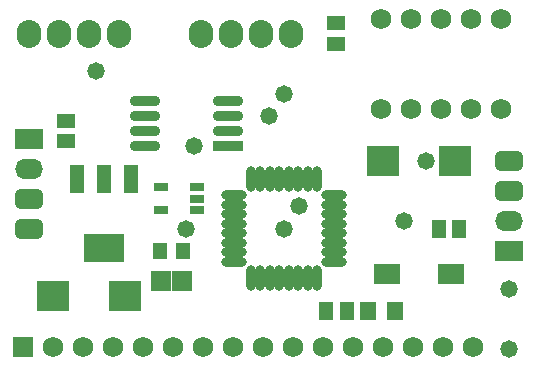
<source format=gts>
G04 Layer_Color=20142*
%FSLAX25Y25*%
%MOIN*%
G70*
G01*
G75*
%ADD44R,0.08674X0.07099*%
%ADD45O,0.03162X0.08477*%
%ADD46O,0.08477X0.03162*%
%ADD47R,0.05131X0.03162*%
%ADD48R,0.13595X0.09265*%
%ADD49R,0.04737X0.09265*%
%ADD50O,0.10052X0.03556*%
%ADD51R,0.10052X0.03556*%
%ADD52R,0.05131X0.06312*%
%ADD53R,0.05328X0.05918*%
%ADD54R,0.06312X0.05131*%
%ADD55R,0.05000X0.05800*%
%ADD56R,0.06902X0.06902*%
%ADD57R,0.10839X0.10446*%
%ADD58O,0.08300X0.09300*%
%ADD59R,0.09300X0.06800*%
%ADD60O,0.09300X0.06800*%
G04:AMPARAMS|DCode=61|XSize=68mil|YSize=93mil|CornerRadius=19mil|HoleSize=0mil|Usage=FLASHONLY|Rotation=90.000|XOffset=0mil|YOffset=0mil|HoleType=Round|Shape=RoundedRectangle|*
%AMROUNDEDRECTD61*
21,1,0.06800,0.05500,0,0,90.0*
21,1,0.03000,0.09300,0,0,90.0*
1,1,0.03800,0.02750,0.01500*
1,1,0.03800,0.02750,-0.01500*
1,1,0.03800,-0.02750,-0.01500*
1,1,0.03800,-0.02750,0.01500*
%
%ADD61ROUNDEDRECTD61*%
%ADD62C,0.05800*%
%ADD63R,0.06800X0.06800*%
%ADD64C,0.06800*%
D44*
X131870Y30000D02*
D03*
X153130D02*
D03*
D45*
X86476Y61634D02*
D03*
X89626D02*
D03*
X92776D02*
D03*
X95925D02*
D03*
X99075D02*
D03*
X102225D02*
D03*
X105374D02*
D03*
X108524D02*
D03*
Y28366D02*
D03*
X105374D02*
D03*
X102225D02*
D03*
X99075D02*
D03*
X95925D02*
D03*
X92776D02*
D03*
X89626D02*
D03*
X86476D02*
D03*
D46*
X114134Y56024D02*
D03*
Y52874D02*
D03*
Y49725D02*
D03*
Y46575D02*
D03*
Y43425D02*
D03*
Y40276D02*
D03*
Y37126D02*
D03*
Y33976D02*
D03*
X80866D02*
D03*
Y37126D02*
D03*
Y40276D02*
D03*
Y43425D02*
D03*
Y46575D02*
D03*
Y49725D02*
D03*
Y52874D02*
D03*
Y56024D02*
D03*
D47*
X56600Y51300D02*
D03*
Y58700D02*
D03*
X68400D02*
D03*
Y55000D02*
D03*
Y51300D02*
D03*
D48*
X37500Y38465D02*
D03*
D49*
X28445Y61536D02*
D03*
X37500D02*
D03*
X46555D02*
D03*
D50*
X51221Y87500D02*
D03*
Y82500D02*
D03*
Y77500D02*
D03*
Y72500D02*
D03*
X78780Y87500D02*
D03*
Y82500D02*
D03*
Y77500D02*
D03*
D51*
Y72500D02*
D03*
D52*
X149055Y45000D02*
D03*
X155945D02*
D03*
X118445Y17500D02*
D03*
X111555D02*
D03*
D53*
X125571D02*
D03*
X134429D02*
D03*
D54*
X115000Y106555D02*
D03*
Y113445D02*
D03*
X25000Y80945D02*
D03*
Y74055D02*
D03*
D55*
X56173Y37500D02*
D03*
X63827D02*
D03*
D56*
X63642Y27500D02*
D03*
X56358D02*
D03*
D57*
X130591Y67500D02*
D03*
X154410D02*
D03*
X44409Y22500D02*
D03*
X20591D02*
D03*
D58*
X100000Y110000D02*
D03*
X90000D02*
D03*
X80000D02*
D03*
X70000D02*
D03*
X42500D02*
D03*
X32500D02*
D03*
X22500D02*
D03*
X12500D02*
D03*
D59*
X172500Y37500D02*
D03*
X12500Y75000D02*
D03*
D60*
X172500Y47500D02*
D03*
X12500Y65000D02*
D03*
D61*
X172500Y57500D02*
D03*
Y67500D02*
D03*
X12500Y55000D02*
D03*
Y45000D02*
D03*
D62*
X172500Y25000D02*
D03*
Y5000D02*
D03*
X92500Y82500D02*
D03*
X65000Y45000D02*
D03*
X137500Y47500D02*
D03*
X102500Y52500D02*
D03*
X145000Y67500D02*
D03*
X97500Y45000D02*
D03*
X67500Y72500D02*
D03*
X97500Y90000D02*
D03*
X35000Y97500D02*
D03*
D63*
X10500Y5500D02*
D03*
D64*
X20500D02*
D03*
X30500D02*
D03*
X40500D02*
D03*
X50500D02*
D03*
X60500D02*
D03*
X70500D02*
D03*
X80500D02*
D03*
X90500D02*
D03*
X100500D02*
D03*
X110500D02*
D03*
X120500D02*
D03*
X130500D02*
D03*
X140500D02*
D03*
X150500D02*
D03*
X160500D02*
D03*
X130000Y115000D02*
D03*
X140000D02*
D03*
X150000D02*
D03*
X160000D02*
D03*
X170000D02*
D03*
Y85000D02*
D03*
X160000D02*
D03*
X150000D02*
D03*
X140000D02*
D03*
X130000D02*
D03*
M02*

</source>
